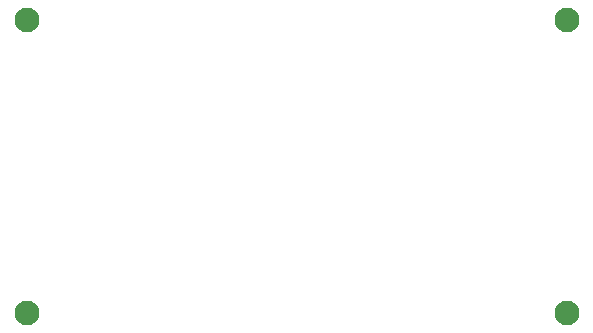
<source format=gbr>
%TF.GenerationSoftware,KiCad,Pcbnew,9.0.6-9.0.6~ubuntu24.04.1*%
%TF.CreationDate,2025-12-02T23:56:07-06:00*%
%TF.ProjectId,mcu_datalogger,6d63755f-6461-4746-916c-6f676765722e,v1*%
%TF.SameCoordinates,Original*%
%TF.FileFunction,NonPlated,1,2,NPTH,Drill*%
%TF.FilePolarity,Positive*%
%FSLAX46Y46*%
G04 Gerber Fmt 4.6, Leading zero omitted, Abs format (unit mm)*
G04 Created by KiCad (PCBNEW 9.0.6-9.0.6~ubuntu24.04.1) date 2025-12-02 23:56:07*
%MOMM*%
%LPD*%
G01*
G04 APERTURE LIST*
%TA.AperFunction,ComponentDrill*%
%ADD10C,2.100000*%
%TD*%
G04 APERTURE END LIST*
D10*
%TO.C,H2*%
X66040000Y-47625000D03*
%TO.C,H1*%
X66040000Y-72390000D03*
%TO.C,H3*%
X111760000Y-47625000D03*
%TO.C,H4*%
X111760000Y-72390000D03*
M02*

</source>
